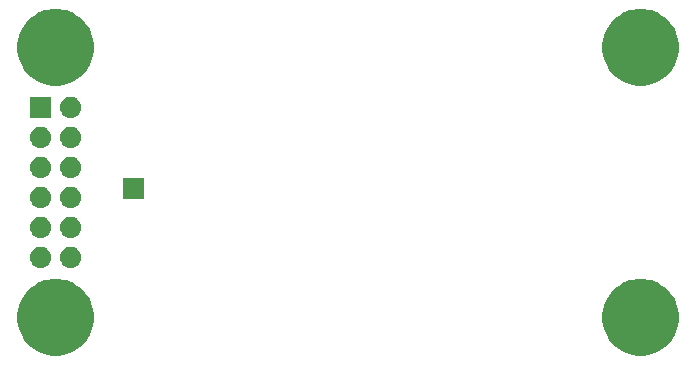
<source format=gbr>
G04 #@! TF.GenerationSoftware,KiCad,Pcbnew,5.0.2-bee76a0~70~ubuntu18.04.1*
G04 #@! TF.CreationDate,2019-08-18T09:54:40+02:00*
G04 #@! TF.ProjectId,595display,35393564-6973-4706-9c61-792e6b696361,rev?*
G04 #@! TF.SameCoordinates,PX5e78920PY37b6b20*
G04 #@! TF.FileFunction,Soldermask,Bot*
G04 #@! TF.FilePolarity,Negative*
%FSLAX46Y46*%
G04 Gerber Fmt 4.6, Leading zero omitted, Abs format (unit mm)*
G04 Created by KiCad (PCBNEW 5.0.2-bee76a0~70~ubuntu18.04.1) date zo 18 aug 2019 09:54:40 CEST*
%MOMM*%
%LPD*%
G01*
G04 APERTURE LIST*
%ADD10C,0.100000*%
G04 APERTURE END LIST*
D10*
G36*
X53974239Y6998533D02*
X54288282Y6936066D01*
X54879926Y6690999D01*
X55169523Y6497496D01*
X55412395Y6335214D01*
X55865214Y5882395D01*
X55865216Y5882392D01*
X56220999Y5349926D01*
X56342724Y5056056D01*
X56466066Y4758281D01*
X56591000Y4130197D01*
X56591000Y3489803D01*
X56528533Y3175761D01*
X56466066Y2861718D01*
X56220999Y2270074D01*
X55973265Y1899315D01*
X55865214Y1737605D01*
X55412395Y1284786D01*
X55412392Y1284784D01*
X54879926Y929001D01*
X54288282Y683934D01*
X53974239Y621467D01*
X53660197Y559000D01*
X53019803Y559000D01*
X52705761Y621467D01*
X52391718Y683934D01*
X51800074Y929001D01*
X51267608Y1284784D01*
X51267605Y1284786D01*
X50814786Y1737605D01*
X50706735Y1899315D01*
X50459001Y2270074D01*
X50213934Y2861718D01*
X50151467Y3175761D01*
X50089000Y3489803D01*
X50089000Y4130197D01*
X50213934Y4758281D01*
X50337276Y5056056D01*
X50459001Y5349926D01*
X50814784Y5882392D01*
X50814786Y5882395D01*
X51267605Y6335214D01*
X51510477Y6497496D01*
X51800074Y6690999D01*
X52391718Y6936066D01*
X52705761Y6998533D01*
X53019803Y7061000D01*
X53660197Y7061000D01*
X53974239Y6998533D01*
X53974239Y6998533D01*
G37*
G36*
X4444239Y6998533D02*
X4758282Y6936066D01*
X5349926Y6690999D01*
X5639523Y6497496D01*
X5882395Y6335214D01*
X6335214Y5882395D01*
X6335216Y5882392D01*
X6690999Y5349926D01*
X6812724Y5056056D01*
X6936066Y4758281D01*
X7061000Y4130197D01*
X7061000Y3489803D01*
X6998533Y3175761D01*
X6936066Y2861718D01*
X6690999Y2270074D01*
X6443265Y1899315D01*
X6335214Y1737605D01*
X5882395Y1284786D01*
X5882392Y1284784D01*
X5349926Y929001D01*
X4758282Y683934D01*
X4444239Y621467D01*
X4130197Y559000D01*
X3489803Y559000D01*
X3175761Y621467D01*
X2861718Y683934D01*
X2270074Y929001D01*
X1737608Y1284784D01*
X1737605Y1284786D01*
X1284786Y1737605D01*
X1176735Y1899315D01*
X929001Y2270074D01*
X683934Y2861718D01*
X621467Y3175761D01*
X559000Y3489803D01*
X559000Y4130197D01*
X683934Y4758281D01*
X807276Y5056056D01*
X929001Y5349926D01*
X1284784Y5882392D01*
X1284786Y5882395D01*
X1737605Y6335214D01*
X1980477Y6497496D01*
X2270074Y6690999D01*
X2861718Y6936066D01*
X3175761Y6998533D01*
X3489803Y7061000D01*
X4130197Y7061000D01*
X4444239Y6998533D01*
X4444239Y6998533D01*
G37*
G36*
X5190443Y9784481D02*
X5256627Y9777963D01*
X5369853Y9743616D01*
X5426467Y9726443D01*
X5565087Y9652348D01*
X5582991Y9642778D01*
X5618729Y9613448D01*
X5720186Y9530186D01*
X5803448Y9428729D01*
X5832778Y9392991D01*
X5832779Y9392989D01*
X5916443Y9236467D01*
X5916443Y9236466D01*
X5967963Y9066627D01*
X5985359Y8890000D01*
X5967963Y8713373D01*
X5933616Y8600147D01*
X5916443Y8543533D01*
X5842348Y8404913D01*
X5832778Y8387009D01*
X5803448Y8351271D01*
X5720186Y8249814D01*
X5618729Y8166552D01*
X5582991Y8137222D01*
X5582989Y8137221D01*
X5426467Y8053557D01*
X5369853Y8036384D01*
X5256627Y8002037D01*
X5190443Y7995519D01*
X5124260Y7989000D01*
X5035740Y7989000D01*
X4969558Y7995518D01*
X4903373Y8002037D01*
X4790147Y8036384D01*
X4733533Y8053557D01*
X4577011Y8137221D01*
X4577009Y8137222D01*
X4541271Y8166552D01*
X4439814Y8249814D01*
X4356552Y8351271D01*
X4327222Y8387009D01*
X4317652Y8404913D01*
X4243557Y8543533D01*
X4226384Y8600147D01*
X4192037Y8713373D01*
X4174641Y8890000D01*
X4192037Y9066627D01*
X4243557Y9236466D01*
X4243557Y9236467D01*
X4327221Y9392989D01*
X4327222Y9392991D01*
X4356552Y9428729D01*
X4439814Y9530186D01*
X4541271Y9613448D01*
X4577009Y9642778D01*
X4594913Y9652348D01*
X4733533Y9726443D01*
X4790147Y9743616D01*
X4903373Y9777963D01*
X4969557Y9784481D01*
X5035740Y9791000D01*
X5124260Y9791000D01*
X5190443Y9784481D01*
X5190443Y9784481D01*
G37*
G36*
X2650443Y9784481D02*
X2716627Y9777963D01*
X2829853Y9743616D01*
X2886467Y9726443D01*
X3025087Y9652348D01*
X3042991Y9642778D01*
X3078729Y9613448D01*
X3180186Y9530186D01*
X3263448Y9428729D01*
X3292778Y9392991D01*
X3292779Y9392989D01*
X3376443Y9236467D01*
X3376443Y9236466D01*
X3427963Y9066627D01*
X3445359Y8890000D01*
X3427963Y8713373D01*
X3393616Y8600147D01*
X3376443Y8543533D01*
X3302348Y8404913D01*
X3292778Y8387009D01*
X3263448Y8351271D01*
X3180186Y8249814D01*
X3078729Y8166552D01*
X3042991Y8137222D01*
X3042989Y8137221D01*
X2886467Y8053557D01*
X2829853Y8036384D01*
X2716627Y8002037D01*
X2650443Y7995519D01*
X2584260Y7989000D01*
X2495740Y7989000D01*
X2429558Y7995518D01*
X2363373Y8002037D01*
X2250147Y8036384D01*
X2193533Y8053557D01*
X2037011Y8137221D01*
X2037009Y8137222D01*
X2001271Y8166552D01*
X1899814Y8249814D01*
X1816552Y8351271D01*
X1787222Y8387009D01*
X1777652Y8404913D01*
X1703557Y8543533D01*
X1686384Y8600147D01*
X1652037Y8713373D01*
X1634641Y8890000D01*
X1652037Y9066627D01*
X1703557Y9236466D01*
X1703557Y9236467D01*
X1787221Y9392989D01*
X1787222Y9392991D01*
X1816552Y9428729D01*
X1899814Y9530186D01*
X2001271Y9613448D01*
X2037009Y9642778D01*
X2054913Y9652348D01*
X2193533Y9726443D01*
X2250147Y9743616D01*
X2363373Y9777963D01*
X2429557Y9784481D01*
X2495740Y9791000D01*
X2584260Y9791000D01*
X2650443Y9784481D01*
X2650443Y9784481D01*
G37*
G36*
X5190442Y12324482D02*
X5256627Y12317963D01*
X5369853Y12283616D01*
X5426467Y12266443D01*
X5565087Y12192348D01*
X5582991Y12182778D01*
X5618729Y12153448D01*
X5720186Y12070186D01*
X5803448Y11968729D01*
X5832778Y11932991D01*
X5832779Y11932989D01*
X5916443Y11776467D01*
X5916443Y11776466D01*
X5967963Y11606627D01*
X5985359Y11430000D01*
X5967963Y11253373D01*
X5933616Y11140147D01*
X5916443Y11083533D01*
X5842348Y10944913D01*
X5832778Y10927009D01*
X5803448Y10891271D01*
X5720186Y10789814D01*
X5618729Y10706552D01*
X5582991Y10677222D01*
X5582989Y10677221D01*
X5426467Y10593557D01*
X5369853Y10576384D01*
X5256627Y10542037D01*
X5190443Y10535519D01*
X5124260Y10529000D01*
X5035740Y10529000D01*
X4969557Y10535519D01*
X4903373Y10542037D01*
X4790147Y10576384D01*
X4733533Y10593557D01*
X4577011Y10677221D01*
X4577009Y10677222D01*
X4541271Y10706552D01*
X4439814Y10789814D01*
X4356552Y10891271D01*
X4327222Y10927009D01*
X4317652Y10944913D01*
X4243557Y11083533D01*
X4226384Y11140147D01*
X4192037Y11253373D01*
X4174641Y11430000D01*
X4192037Y11606627D01*
X4243557Y11776466D01*
X4243557Y11776467D01*
X4327221Y11932989D01*
X4327222Y11932991D01*
X4356552Y11968729D01*
X4439814Y12070186D01*
X4541271Y12153448D01*
X4577009Y12182778D01*
X4594913Y12192348D01*
X4733533Y12266443D01*
X4790147Y12283616D01*
X4903373Y12317963D01*
X4969558Y12324482D01*
X5035740Y12331000D01*
X5124260Y12331000D01*
X5190442Y12324482D01*
X5190442Y12324482D01*
G37*
G36*
X2650442Y12324482D02*
X2716627Y12317963D01*
X2829853Y12283616D01*
X2886467Y12266443D01*
X3025087Y12192348D01*
X3042991Y12182778D01*
X3078729Y12153448D01*
X3180186Y12070186D01*
X3263448Y11968729D01*
X3292778Y11932991D01*
X3292779Y11932989D01*
X3376443Y11776467D01*
X3376443Y11776466D01*
X3427963Y11606627D01*
X3445359Y11430000D01*
X3427963Y11253373D01*
X3393616Y11140147D01*
X3376443Y11083533D01*
X3302348Y10944913D01*
X3292778Y10927009D01*
X3263448Y10891271D01*
X3180186Y10789814D01*
X3078729Y10706552D01*
X3042991Y10677222D01*
X3042989Y10677221D01*
X2886467Y10593557D01*
X2829853Y10576384D01*
X2716627Y10542037D01*
X2650443Y10535519D01*
X2584260Y10529000D01*
X2495740Y10529000D01*
X2429557Y10535519D01*
X2363373Y10542037D01*
X2250147Y10576384D01*
X2193533Y10593557D01*
X2037011Y10677221D01*
X2037009Y10677222D01*
X2001271Y10706552D01*
X1899814Y10789814D01*
X1816552Y10891271D01*
X1787222Y10927009D01*
X1777652Y10944913D01*
X1703557Y11083533D01*
X1686384Y11140147D01*
X1652037Y11253373D01*
X1634641Y11430000D01*
X1652037Y11606627D01*
X1703557Y11776466D01*
X1703557Y11776467D01*
X1787221Y11932989D01*
X1787222Y11932991D01*
X1816552Y11968729D01*
X1899814Y12070186D01*
X2001271Y12153448D01*
X2037009Y12182778D01*
X2054913Y12192348D01*
X2193533Y12266443D01*
X2250147Y12283616D01*
X2363373Y12317963D01*
X2429558Y12324482D01*
X2495740Y12331000D01*
X2584260Y12331000D01*
X2650442Y12324482D01*
X2650442Y12324482D01*
G37*
G36*
X5190443Y14864481D02*
X5256627Y14857963D01*
X5369853Y14823616D01*
X5426467Y14806443D01*
X5565087Y14732348D01*
X5582991Y14722778D01*
X5618729Y14693448D01*
X5720186Y14610186D01*
X5803448Y14508729D01*
X5832778Y14472991D01*
X5832779Y14472989D01*
X5916443Y14316467D01*
X5916443Y14316466D01*
X5967963Y14146627D01*
X5985359Y13970000D01*
X5967963Y13793373D01*
X5933616Y13680147D01*
X5916443Y13623533D01*
X5842348Y13484913D01*
X5832778Y13467009D01*
X5803448Y13431271D01*
X5720186Y13329814D01*
X5618729Y13246552D01*
X5582991Y13217222D01*
X5582989Y13217221D01*
X5426467Y13133557D01*
X5369853Y13116384D01*
X5256627Y13082037D01*
X5190442Y13075518D01*
X5124260Y13069000D01*
X5035740Y13069000D01*
X4969558Y13075518D01*
X4903373Y13082037D01*
X4790147Y13116384D01*
X4733533Y13133557D01*
X4577011Y13217221D01*
X4577009Y13217222D01*
X4541271Y13246552D01*
X4439814Y13329814D01*
X4356552Y13431271D01*
X4327222Y13467009D01*
X4317652Y13484913D01*
X4243557Y13623533D01*
X4226384Y13680147D01*
X4192037Y13793373D01*
X4174641Y13970000D01*
X4192037Y14146627D01*
X4243557Y14316466D01*
X4243557Y14316467D01*
X4327221Y14472989D01*
X4327222Y14472991D01*
X4356552Y14508729D01*
X4439814Y14610186D01*
X4541271Y14693448D01*
X4577009Y14722778D01*
X4594913Y14732348D01*
X4733533Y14806443D01*
X4790147Y14823616D01*
X4903373Y14857963D01*
X4969558Y14864482D01*
X5035740Y14871000D01*
X5124260Y14871000D01*
X5190443Y14864481D01*
X5190443Y14864481D01*
G37*
G36*
X2650443Y14864481D02*
X2716627Y14857963D01*
X2829853Y14823616D01*
X2886467Y14806443D01*
X3025087Y14732348D01*
X3042991Y14722778D01*
X3078729Y14693448D01*
X3180186Y14610186D01*
X3263448Y14508729D01*
X3292778Y14472991D01*
X3292779Y14472989D01*
X3376443Y14316467D01*
X3376443Y14316466D01*
X3427963Y14146627D01*
X3445359Y13970000D01*
X3427963Y13793373D01*
X3393616Y13680147D01*
X3376443Y13623533D01*
X3302348Y13484913D01*
X3292778Y13467009D01*
X3263448Y13431271D01*
X3180186Y13329814D01*
X3078729Y13246552D01*
X3042991Y13217222D01*
X3042989Y13217221D01*
X2886467Y13133557D01*
X2829853Y13116384D01*
X2716627Y13082037D01*
X2650442Y13075518D01*
X2584260Y13069000D01*
X2495740Y13069000D01*
X2429558Y13075518D01*
X2363373Y13082037D01*
X2250147Y13116384D01*
X2193533Y13133557D01*
X2037011Y13217221D01*
X2037009Y13217222D01*
X2001271Y13246552D01*
X1899814Y13329814D01*
X1816552Y13431271D01*
X1787222Y13467009D01*
X1777652Y13484913D01*
X1703557Y13623533D01*
X1686384Y13680147D01*
X1652037Y13793373D01*
X1634641Y13970000D01*
X1652037Y14146627D01*
X1703557Y14316466D01*
X1703557Y14316467D01*
X1787221Y14472989D01*
X1787222Y14472991D01*
X1816552Y14508729D01*
X1899814Y14610186D01*
X2001271Y14693448D01*
X2037009Y14722778D01*
X2054913Y14732348D01*
X2193533Y14806443D01*
X2250147Y14823616D01*
X2363373Y14857963D01*
X2429558Y14864482D01*
X2495740Y14871000D01*
X2584260Y14871000D01*
X2650443Y14864481D01*
X2650443Y14864481D01*
G37*
G36*
X11315000Y13831000D02*
X9513000Y13831000D01*
X9513000Y15633000D01*
X11315000Y15633000D01*
X11315000Y13831000D01*
X11315000Y13831000D01*
G37*
G36*
X5190442Y17404482D02*
X5256627Y17397963D01*
X5369853Y17363616D01*
X5426467Y17346443D01*
X5565087Y17272348D01*
X5582991Y17262778D01*
X5618729Y17233448D01*
X5720186Y17150186D01*
X5803448Y17048729D01*
X5832778Y17012991D01*
X5832779Y17012989D01*
X5916443Y16856467D01*
X5916443Y16856466D01*
X5967963Y16686627D01*
X5985359Y16510000D01*
X5967963Y16333373D01*
X5933616Y16220147D01*
X5916443Y16163533D01*
X5842348Y16024913D01*
X5832778Y16007009D01*
X5803448Y15971271D01*
X5720186Y15869814D01*
X5618729Y15786552D01*
X5582991Y15757222D01*
X5582989Y15757221D01*
X5426467Y15673557D01*
X5369853Y15656384D01*
X5256627Y15622037D01*
X5190442Y15615518D01*
X5124260Y15609000D01*
X5035740Y15609000D01*
X4969557Y15615519D01*
X4903373Y15622037D01*
X4790147Y15656384D01*
X4733533Y15673557D01*
X4577011Y15757221D01*
X4577009Y15757222D01*
X4541271Y15786552D01*
X4439814Y15869814D01*
X4356552Y15971271D01*
X4327222Y16007009D01*
X4317652Y16024913D01*
X4243557Y16163533D01*
X4226384Y16220147D01*
X4192037Y16333373D01*
X4174641Y16510000D01*
X4192037Y16686627D01*
X4243557Y16856466D01*
X4243557Y16856467D01*
X4327221Y17012989D01*
X4327222Y17012991D01*
X4356552Y17048729D01*
X4439814Y17150186D01*
X4541271Y17233448D01*
X4577009Y17262778D01*
X4594913Y17272348D01*
X4733533Y17346443D01*
X4790147Y17363616D01*
X4903373Y17397963D01*
X4969558Y17404482D01*
X5035740Y17411000D01*
X5124260Y17411000D01*
X5190442Y17404482D01*
X5190442Y17404482D01*
G37*
G36*
X2650442Y17404482D02*
X2716627Y17397963D01*
X2829853Y17363616D01*
X2886467Y17346443D01*
X3025087Y17272348D01*
X3042991Y17262778D01*
X3078729Y17233448D01*
X3180186Y17150186D01*
X3263448Y17048729D01*
X3292778Y17012991D01*
X3292779Y17012989D01*
X3376443Y16856467D01*
X3376443Y16856466D01*
X3427963Y16686627D01*
X3445359Y16510000D01*
X3427963Y16333373D01*
X3393616Y16220147D01*
X3376443Y16163533D01*
X3302348Y16024913D01*
X3292778Y16007009D01*
X3263448Y15971271D01*
X3180186Y15869814D01*
X3078729Y15786552D01*
X3042991Y15757222D01*
X3042989Y15757221D01*
X2886467Y15673557D01*
X2829853Y15656384D01*
X2716627Y15622037D01*
X2650443Y15615519D01*
X2584260Y15609000D01*
X2495740Y15609000D01*
X2429557Y15615519D01*
X2363373Y15622037D01*
X2250147Y15656384D01*
X2193533Y15673557D01*
X2037011Y15757221D01*
X2037009Y15757222D01*
X2001271Y15786552D01*
X1899814Y15869814D01*
X1816552Y15971271D01*
X1787222Y16007009D01*
X1777652Y16024913D01*
X1703557Y16163533D01*
X1686384Y16220147D01*
X1652037Y16333373D01*
X1634641Y16510000D01*
X1652037Y16686627D01*
X1703557Y16856466D01*
X1703557Y16856467D01*
X1787221Y17012989D01*
X1787222Y17012991D01*
X1816552Y17048729D01*
X1899814Y17150186D01*
X2001271Y17233448D01*
X2037009Y17262778D01*
X2054913Y17272348D01*
X2193533Y17346443D01*
X2250147Y17363616D01*
X2363373Y17397963D01*
X2429558Y17404482D01*
X2495740Y17411000D01*
X2584260Y17411000D01*
X2650442Y17404482D01*
X2650442Y17404482D01*
G37*
G36*
X5190443Y19944481D02*
X5256627Y19937963D01*
X5369853Y19903616D01*
X5426467Y19886443D01*
X5565087Y19812348D01*
X5582991Y19802778D01*
X5618729Y19773448D01*
X5720186Y19690186D01*
X5803448Y19588729D01*
X5832778Y19552991D01*
X5832779Y19552989D01*
X5916443Y19396467D01*
X5916443Y19396466D01*
X5967963Y19226627D01*
X5985359Y19050000D01*
X5967963Y18873373D01*
X5933616Y18760147D01*
X5916443Y18703533D01*
X5842348Y18564913D01*
X5832778Y18547009D01*
X5803448Y18511271D01*
X5720186Y18409814D01*
X5618729Y18326552D01*
X5582991Y18297222D01*
X5582989Y18297221D01*
X5426467Y18213557D01*
X5369853Y18196384D01*
X5256627Y18162037D01*
X5190443Y18155519D01*
X5124260Y18149000D01*
X5035740Y18149000D01*
X4969557Y18155519D01*
X4903373Y18162037D01*
X4790147Y18196384D01*
X4733533Y18213557D01*
X4577011Y18297221D01*
X4577009Y18297222D01*
X4541271Y18326552D01*
X4439814Y18409814D01*
X4356552Y18511271D01*
X4327222Y18547009D01*
X4317652Y18564913D01*
X4243557Y18703533D01*
X4226384Y18760147D01*
X4192037Y18873373D01*
X4174641Y19050000D01*
X4192037Y19226627D01*
X4243557Y19396466D01*
X4243557Y19396467D01*
X4327221Y19552989D01*
X4327222Y19552991D01*
X4356552Y19588729D01*
X4439814Y19690186D01*
X4541271Y19773448D01*
X4577009Y19802778D01*
X4594913Y19812348D01*
X4733533Y19886443D01*
X4790147Y19903616D01*
X4903373Y19937963D01*
X4969557Y19944481D01*
X5035740Y19951000D01*
X5124260Y19951000D01*
X5190443Y19944481D01*
X5190443Y19944481D01*
G37*
G36*
X2650443Y19944481D02*
X2716627Y19937963D01*
X2829853Y19903616D01*
X2886467Y19886443D01*
X3025087Y19812348D01*
X3042991Y19802778D01*
X3078729Y19773448D01*
X3180186Y19690186D01*
X3263448Y19588729D01*
X3292778Y19552991D01*
X3292779Y19552989D01*
X3376443Y19396467D01*
X3376443Y19396466D01*
X3427963Y19226627D01*
X3445359Y19050000D01*
X3427963Y18873373D01*
X3393616Y18760147D01*
X3376443Y18703533D01*
X3302348Y18564913D01*
X3292778Y18547009D01*
X3263448Y18511271D01*
X3180186Y18409814D01*
X3078729Y18326552D01*
X3042991Y18297222D01*
X3042989Y18297221D01*
X2886467Y18213557D01*
X2829853Y18196384D01*
X2716627Y18162037D01*
X2650443Y18155519D01*
X2584260Y18149000D01*
X2495740Y18149000D01*
X2429557Y18155519D01*
X2363373Y18162037D01*
X2250147Y18196384D01*
X2193533Y18213557D01*
X2037011Y18297221D01*
X2037009Y18297222D01*
X2001271Y18326552D01*
X1899814Y18409814D01*
X1816552Y18511271D01*
X1787222Y18547009D01*
X1777652Y18564913D01*
X1703557Y18703533D01*
X1686384Y18760147D01*
X1652037Y18873373D01*
X1634641Y19050000D01*
X1652037Y19226627D01*
X1703557Y19396466D01*
X1703557Y19396467D01*
X1787221Y19552989D01*
X1787222Y19552991D01*
X1816552Y19588729D01*
X1899814Y19690186D01*
X2001271Y19773448D01*
X2037009Y19802778D01*
X2054913Y19812348D01*
X2193533Y19886443D01*
X2250147Y19903616D01*
X2363373Y19937963D01*
X2429557Y19944481D01*
X2495740Y19951000D01*
X2584260Y19951000D01*
X2650443Y19944481D01*
X2650443Y19944481D01*
G37*
G36*
X5190442Y22484482D02*
X5256627Y22477963D01*
X5369853Y22443616D01*
X5426467Y22426443D01*
X5565087Y22352348D01*
X5582991Y22342778D01*
X5618729Y22313448D01*
X5720186Y22230186D01*
X5803448Y22128729D01*
X5832778Y22092991D01*
X5832779Y22092989D01*
X5916443Y21936467D01*
X5916443Y21936466D01*
X5967963Y21766627D01*
X5985359Y21590000D01*
X5967963Y21413373D01*
X5933616Y21300147D01*
X5916443Y21243533D01*
X5842348Y21104913D01*
X5832778Y21087009D01*
X5803448Y21051271D01*
X5720186Y20949814D01*
X5618729Y20866552D01*
X5582991Y20837222D01*
X5582989Y20837221D01*
X5426467Y20753557D01*
X5369853Y20736384D01*
X5256627Y20702037D01*
X5190443Y20695519D01*
X5124260Y20689000D01*
X5035740Y20689000D01*
X4969557Y20695519D01*
X4903373Y20702037D01*
X4790147Y20736384D01*
X4733533Y20753557D01*
X4577011Y20837221D01*
X4577009Y20837222D01*
X4541271Y20866552D01*
X4439814Y20949814D01*
X4356552Y21051271D01*
X4327222Y21087009D01*
X4317652Y21104913D01*
X4243557Y21243533D01*
X4226384Y21300147D01*
X4192037Y21413373D01*
X4174641Y21590000D01*
X4192037Y21766627D01*
X4243557Y21936466D01*
X4243557Y21936467D01*
X4327221Y22092989D01*
X4327222Y22092991D01*
X4356552Y22128729D01*
X4439814Y22230186D01*
X4541271Y22313448D01*
X4577009Y22342778D01*
X4594913Y22352348D01*
X4733533Y22426443D01*
X4790147Y22443616D01*
X4903373Y22477963D01*
X4969558Y22484482D01*
X5035740Y22491000D01*
X5124260Y22491000D01*
X5190442Y22484482D01*
X5190442Y22484482D01*
G37*
G36*
X3441000Y20689000D02*
X1639000Y20689000D01*
X1639000Y22491000D01*
X3441000Y22491000D01*
X3441000Y20689000D01*
X3441000Y20689000D01*
G37*
G36*
X4444239Y29858533D02*
X4758282Y29796066D01*
X5349926Y29550999D01*
X5639523Y29357496D01*
X5882395Y29195214D01*
X6335214Y28742395D01*
X6335216Y28742392D01*
X6690999Y28209926D01*
X6812724Y27916056D01*
X6936066Y27618281D01*
X7061000Y26990197D01*
X7061000Y26349803D01*
X6998533Y26035761D01*
X6936066Y25721718D01*
X6690999Y25130074D01*
X6443265Y24759315D01*
X6335214Y24597605D01*
X5882395Y24144786D01*
X5882392Y24144784D01*
X5349926Y23789001D01*
X4758282Y23543934D01*
X4444239Y23481467D01*
X4130197Y23419000D01*
X3489803Y23419000D01*
X3175761Y23481467D01*
X2861718Y23543934D01*
X2270074Y23789001D01*
X1737608Y24144784D01*
X1737605Y24144786D01*
X1284786Y24597605D01*
X1176735Y24759315D01*
X929001Y25130074D01*
X683934Y25721718D01*
X621467Y26035761D01*
X559000Y26349803D01*
X559000Y26990197D01*
X683934Y27618281D01*
X807276Y27916056D01*
X929001Y28209926D01*
X1284784Y28742392D01*
X1284786Y28742395D01*
X1737605Y29195214D01*
X1980477Y29357496D01*
X2270074Y29550999D01*
X2861718Y29796066D01*
X3175761Y29858533D01*
X3489803Y29921000D01*
X4130197Y29921000D01*
X4444239Y29858533D01*
X4444239Y29858533D01*
G37*
G36*
X53974239Y29858533D02*
X54288282Y29796066D01*
X54879926Y29550999D01*
X55169523Y29357496D01*
X55412395Y29195214D01*
X55865214Y28742395D01*
X55865216Y28742392D01*
X56220999Y28209926D01*
X56342724Y27916056D01*
X56466066Y27618281D01*
X56591000Y26990197D01*
X56591000Y26349803D01*
X56528533Y26035761D01*
X56466066Y25721718D01*
X56220999Y25130074D01*
X55973265Y24759315D01*
X55865214Y24597605D01*
X55412395Y24144786D01*
X55412392Y24144784D01*
X54879926Y23789001D01*
X54288282Y23543934D01*
X53974239Y23481467D01*
X53660197Y23419000D01*
X53019803Y23419000D01*
X52705761Y23481467D01*
X52391718Y23543934D01*
X51800074Y23789001D01*
X51267608Y24144784D01*
X51267605Y24144786D01*
X50814786Y24597605D01*
X50706735Y24759315D01*
X50459001Y25130074D01*
X50213934Y25721718D01*
X50151467Y26035761D01*
X50089000Y26349803D01*
X50089000Y26990197D01*
X50213934Y27618281D01*
X50337276Y27916056D01*
X50459001Y28209926D01*
X50814784Y28742392D01*
X50814786Y28742395D01*
X51267605Y29195214D01*
X51510477Y29357496D01*
X51800074Y29550999D01*
X52391718Y29796066D01*
X52705761Y29858533D01*
X53019803Y29921000D01*
X53660197Y29921000D01*
X53974239Y29858533D01*
X53974239Y29858533D01*
G37*
M02*

</source>
